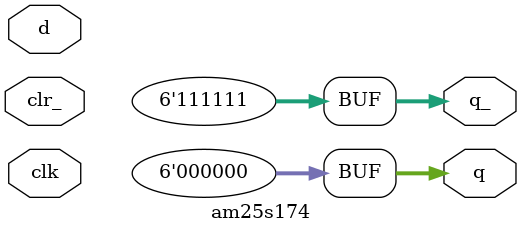
<source format=v>


`timescale 1ns / 100ps

module am25s174(d, q, q_, clk, clr_);
parameter WIDTH = 6;
input [WIDTH-1:0] d;
output [WIDTH-1:0] q;
output [WIDTH-1:0] q_;
input clk;
input clr_;

reg [WIDTH-1:0] q;

always @(clr_)
begin
  q  = {WIDTH{1'b0}};
end

always @(posedge clk)
begin
	if (clr_ == 1'b1) begin
		q = d;
	end
end

assign q_  = ~q;

endmodule

</source>
